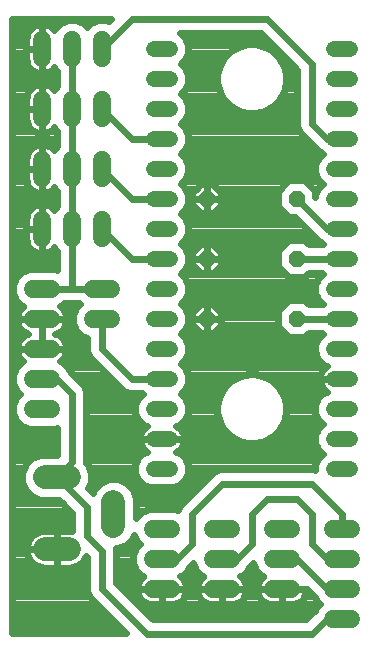
<source format=gbl>
G75*
%MOIN*%
%OFA0B0*%
%FSLAX24Y24*%
%IPPOS*%
%LPD*%
%AMOC8*
5,1,8,0,0,1.08239X$1,22.5*
%
%ADD10C,0.0600*%
%ADD11C,0.0787*%
%ADD12C,0.0520*%
%ADD13OC8,0.0520*%
%ADD14C,0.0240*%
D10*
X001420Y008220D02*
X002020Y008220D01*
X002020Y009220D02*
X001420Y009220D01*
X001420Y010220D02*
X002020Y010220D01*
X002020Y011220D02*
X001420Y011220D01*
X001420Y012220D02*
X002020Y012220D01*
X001720Y013920D02*
X001720Y014520D01*
X001720Y015920D02*
X001720Y016520D01*
X001720Y017920D02*
X001720Y018520D01*
X001720Y019920D02*
X001720Y020520D01*
X002720Y020520D02*
X002720Y019920D01*
X002720Y018520D02*
X002720Y017920D01*
X002720Y016520D02*
X002720Y015920D01*
X002720Y014520D02*
X002720Y013920D01*
X003720Y013920D02*
X003720Y014520D01*
X003720Y015920D02*
X003720Y016520D01*
X003720Y017920D02*
X003720Y018520D01*
X003720Y019920D02*
X003720Y020520D01*
X003420Y012220D02*
X004020Y012220D01*
X004020Y011220D02*
X003420Y011220D01*
X005420Y004220D02*
X006020Y004220D01*
X006020Y003220D02*
X005420Y003220D01*
X005420Y002220D02*
X006020Y002220D01*
X007420Y002220D02*
X008020Y002220D01*
X008020Y003220D02*
X007420Y003220D01*
X007420Y004220D02*
X008020Y004220D01*
X009420Y004220D02*
X010020Y004220D01*
X010020Y003220D02*
X009420Y003220D01*
X009420Y002220D02*
X010020Y002220D01*
X011420Y002220D02*
X012020Y002220D01*
X012020Y003220D02*
X011420Y003220D01*
X011420Y004220D02*
X012020Y004220D01*
X012020Y001220D02*
X011420Y001220D01*
D11*
X004110Y004326D02*
X004110Y005114D01*
X002614Y005940D02*
X001826Y005940D01*
X001826Y003539D02*
X002614Y003539D01*
D12*
X005460Y006220D02*
X005980Y006220D01*
X005980Y007220D02*
X005460Y007220D01*
X005460Y008220D02*
X005980Y008220D01*
X005980Y009220D02*
X005460Y009220D01*
X005460Y010220D02*
X005980Y010220D01*
X005980Y011220D02*
X005460Y011220D01*
X005460Y012220D02*
X005980Y012220D01*
X005980Y013220D02*
X005460Y013220D01*
X005460Y014220D02*
X005980Y014220D01*
X005980Y015220D02*
X005460Y015220D01*
X005460Y016220D02*
X005980Y016220D01*
X005980Y017220D02*
X005460Y017220D01*
X005460Y018220D02*
X005980Y018220D01*
X005980Y019220D02*
X005460Y019220D01*
X005460Y020220D02*
X005980Y020220D01*
X011460Y020220D02*
X011980Y020220D01*
X011980Y019220D02*
X011460Y019220D01*
X011460Y018220D02*
X011980Y018220D01*
X011980Y017220D02*
X011460Y017220D01*
X011460Y016220D02*
X011980Y016220D01*
X011980Y015220D02*
X011460Y015220D01*
X011460Y014220D02*
X011980Y014220D01*
X011980Y013220D02*
X011460Y013220D01*
X011460Y012220D02*
X011980Y012220D01*
X011980Y011220D02*
X011460Y011220D01*
X011460Y010220D02*
X011980Y010220D01*
X011980Y009220D02*
X011460Y009220D01*
X011460Y008220D02*
X011980Y008220D01*
X011980Y007220D02*
X011460Y007220D01*
X011460Y006220D02*
X011980Y006220D01*
D13*
X010220Y011220D03*
X010220Y013220D03*
X010220Y015220D03*
X007220Y015220D03*
X007220Y013220D03*
X007220Y011220D03*
D14*
X000740Y021200D02*
X000740Y000740D01*
X004521Y000740D01*
X003448Y001813D01*
X003313Y001948D01*
X003240Y002125D01*
X003240Y003271D01*
X003189Y003323D01*
X003182Y003303D01*
X003139Y003217D01*
X003082Y003139D01*
X003013Y003071D01*
X002935Y003014D01*
X002849Y002970D01*
X002757Y002940D01*
X002662Y002925D01*
X002220Y002925D01*
X002220Y003539D01*
X002220Y004153D01*
X001778Y004153D01*
X001683Y004137D01*
X001591Y004108D01*
X001505Y004064D01*
X001426Y004007D01*
X001358Y003939D01*
X001301Y003861D01*
X001258Y003774D01*
X001228Y003683D01*
X001213Y003587D01*
X001213Y003539D01*
X002220Y003539D01*
X002220Y003539D01*
X002220Y004153D01*
X002662Y004153D01*
X002740Y004140D01*
X002740Y004742D01*
X002295Y005187D01*
X001676Y005187D01*
X001399Y005302D01*
X001187Y005514D01*
X001073Y005791D01*
X001073Y006090D01*
X001187Y006367D01*
X001399Y006579D01*
X001676Y006694D01*
X002240Y006694D01*
X002240Y007597D01*
X002151Y007560D01*
X001289Y007560D01*
X001046Y007660D01*
X000860Y007846D01*
X000760Y008089D01*
X000760Y008351D01*
X000860Y008594D01*
X000987Y008720D01*
X000860Y008846D01*
X000760Y009089D01*
X000760Y009351D01*
X000860Y009594D01*
X001046Y009780D01*
X001107Y009805D01*
X001081Y009823D01*
X001023Y009881D01*
X000975Y009947D01*
X000938Y010020D01*
X000913Y010098D01*
X000900Y010179D01*
X000900Y010220D01*
X001720Y010220D01*
X002540Y010220D01*
X002540Y010261D01*
X002527Y010342D01*
X002502Y010420D01*
X002465Y010493D01*
X002417Y010559D01*
X002359Y010617D01*
X002293Y010665D01*
X002220Y010702D01*
X002164Y010720D01*
X002220Y010738D01*
X002293Y010775D01*
X002359Y010823D01*
X002417Y010881D01*
X002465Y010947D01*
X002502Y011020D01*
X002527Y011098D01*
X002540Y011179D01*
X002540Y011220D01*
X002540Y011261D01*
X002527Y011342D01*
X002502Y011420D01*
X002465Y011493D01*
X002417Y011559D01*
X002359Y011617D01*
X002333Y011635D01*
X002394Y011660D01*
X002473Y011740D01*
X002967Y011740D01*
X002987Y011720D01*
X002860Y011594D01*
X002760Y011351D01*
X002760Y011089D01*
X002860Y010846D01*
X003046Y010660D01*
X003240Y010580D01*
X003240Y010125D01*
X003313Y009948D01*
X004313Y008948D01*
X004448Y008813D01*
X004625Y008740D01*
X005063Y008740D01*
X005083Y008720D01*
X004934Y008571D01*
X004840Y008343D01*
X004840Y008097D01*
X004934Y007869D01*
X005109Y007694D01*
X005233Y007643D01*
X005208Y007631D01*
X005147Y007586D01*
X005094Y007533D01*
X005049Y007472D01*
X005015Y007404D01*
X004992Y007332D01*
X004980Y007258D01*
X004980Y007220D01*
X005720Y007220D01*
X006460Y007220D01*
X006460Y007258D01*
X006448Y007332D01*
X006425Y007404D01*
X006391Y007472D01*
X006346Y007533D01*
X006293Y007586D01*
X006232Y007631D01*
X006207Y007643D01*
X006331Y007694D01*
X006506Y007869D01*
X006600Y008097D01*
X006600Y008343D01*
X006506Y008571D01*
X006357Y008720D01*
X006506Y008869D01*
X006600Y009097D01*
X006600Y009343D01*
X006506Y009571D01*
X006357Y009720D01*
X006506Y009869D01*
X006600Y010097D01*
X006600Y010343D01*
X006506Y010571D01*
X006357Y010720D01*
X006506Y010869D01*
X006600Y011097D01*
X006600Y011343D01*
X006506Y011571D01*
X006357Y011720D01*
X006506Y011869D01*
X006600Y012097D01*
X006600Y012343D01*
X006506Y012571D01*
X006357Y012720D01*
X006506Y012869D01*
X006600Y013097D01*
X006600Y013343D01*
X006506Y013571D01*
X006357Y013720D01*
X006506Y013869D01*
X006600Y014097D01*
X006600Y014343D01*
X006506Y014571D01*
X006357Y014720D01*
X006506Y014869D01*
X006600Y015097D01*
X006600Y015343D01*
X006506Y015571D01*
X006357Y015720D01*
X006506Y015869D01*
X006600Y016097D01*
X006600Y016343D01*
X006506Y016571D01*
X006357Y016720D01*
X006506Y016869D01*
X006600Y017097D01*
X006600Y017343D01*
X006506Y017571D01*
X006357Y017720D01*
X006506Y017869D01*
X006600Y018097D01*
X006600Y018343D01*
X006506Y018571D01*
X006357Y018720D01*
X006506Y018869D01*
X006600Y019097D01*
X006600Y019343D01*
X006506Y019571D01*
X006357Y019720D01*
X006506Y019869D01*
X006600Y020097D01*
X006600Y020343D01*
X006506Y020571D01*
X006337Y020740D01*
X009021Y020740D01*
X010240Y019521D01*
X010240Y017625D01*
X010313Y017448D01*
X010948Y016813D01*
X011020Y016783D01*
X011083Y016720D01*
X010934Y016571D01*
X010840Y016343D01*
X010840Y016097D01*
X010934Y015869D01*
X011083Y015720D01*
X010934Y015571D01*
X010840Y015343D01*
X010840Y015279D01*
X010840Y015477D01*
X010477Y015840D01*
X009963Y015840D01*
X009600Y015477D01*
X009600Y014963D01*
X009963Y014600D01*
X010161Y014600D01*
X010948Y013813D01*
X011020Y013783D01*
X011083Y013720D01*
X011063Y013700D01*
X010617Y013700D01*
X010477Y013840D01*
X009963Y013840D01*
X009600Y013477D01*
X009600Y012963D01*
X009963Y012600D01*
X010477Y012600D01*
X010617Y012740D01*
X011063Y012740D01*
X011083Y012720D01*
X010934Y012571D01*
X010840Y012343D01*
X010840Y012097D01*
X010934Y011869D01*
X011083Y011720D01*
X011063Y011700D01*
X010617Y011700D01*
X010477Y011840D01*
X009963Y011840D01*
X009600Y011477D01*
X009600Y010963D01*
X009963Y010600D01*
X010477Y010600D01*
X010617Y010740D01*
X011063Y010740D01*
X011083Y010720D01*
X010934Y010571D01*
X010840Y010343D01*
X010840Y010097D01*
X010934Y009869D01*
X011109Y009694D01*
X011233Y009643D01*
X011208Y009631D01*
X011147Y009586D01*
X011094Y009533D01*
X011049Y009472D01*
X011015Y009404D01*
X010992Y009332D01*
X010980Y009258D01*
X010980Y009220D01*
X011720Y009220D01*
X011720Y009220D01*
X010980Y009220D01*
X010980Y009182D01*
X010992Y009108D01*
X011015Y009036D01*
X011049Y008968D01*
X011094Y008907D01*
X011147Y008854D01*
X011208Y008809D01*
X011233Y008797D01*
X011109Y008746D01*
X010934Y008571D01*
X010840Y008343D01*
X010840Y008097D01*
X010934Y007869D01*
X011083Y007720D01*
X010934Y007571D01*
X010840Y007343D01*
X010840Y007097D01*
X010934Y006869D01*
X011083Y006720D01*
X010934Y006571D01*
X010840Y006343D01*
X010840Y006190D01*
X010815Y006200D01*
X007625Y006200D01*
X007448Y006127D01*
X006448Y005127D01*
X006313Y004992D01*
X006250Y004839D01*
X006151Y004880D01*
X005289Y004880D01*
X005046Y004780D01*
X004863Y004597D01*
X004863Y005264D01*
X004749Y005541D01*
X004537Y005753D01*
X004260Y005867D01*
X003960Y005867D01*
X003683Y005753D01*
X003471Y005541D01*
X003420Y005419D01*
X003274Y005565D01*
X003367Y005791D01*
X003367Y006090D01*
X003253Y006367D01*
X003200Y006420D01*
X003200Y008815D01*
X003127Y008992D01*
X002618Y009501D01*
X002580Y009594D01*
X002394Y009780D01*
X002333Y009805D01*
X002359Y009823D01*
X002417Y009881D01*
X002465Y009947D01*
X002502Y010020D01*
X002527Y010098D01*
X002540Y010179D01*
X002540Y010220D01*
X001720Y010220D01*
X001720Y010220D01*
X001720Y010220D01*
X001720Y010700D01*
X001720Y011220D01*
X002540Y011220D01*
X001720Y011220D01*
X001720Y011220D01*
X001720Y011220D01*
X000900Y011220D01*
X000900Y011261D01*
X000913Y011342D01*
X000938Y011420D01*
X000975Y011493D01*
X001023Y011559D01*
X001081Y011617D01*
X001107Y011635D01*
X001046Y011660D01*
X000860Y011846D01*
X000760Y012089D01*
X000760Y012351D01*
X000860Y012594D01*
X001046Y012780D01*
X001289Y012880D01*
X002151Y012880D01*
X002240Y012843D01*
X002240Y013467D01*
X002160Y013546D01*
X002135Y013607D01*
X002117Y013581D01*
X002059Y013523D01*
X001993Y013475D01*
X001920Y013438D01*
X001842Y013413D01*
X001761Y013400D01*
X001720Y013400D01*
X001720Y014220D01*
X001720Y014220D01*
X001720Y015040D01*
X001761Y015040D01*
X001842Y015027D01*
X001920Y015002D01*
X001993Y014965D01*
X002059Y014917D01*
X002117Y014859D01*
X002135Y014833D01*
X002160Y014894D01*
X002240Y014973D01*
X002240Y015467D01*
X002160Y015546D01*
X002135Y015607D01*
X002117Y015581D01*
X002059Y015523D01*
X001993Y015475D01*
X001920Y015438D01*
X001842Y015413D01*
X001761Y015400D01*
X001720Y015400D01*
X001720Y016220D01*
X001720Y016220D01*
X001720Y017040D01*
X001761Y017040D01*
X001842Y017027D01*
X001920Y017002D01*
X001993Y016965D01*
X002059Y016917D01*
X002117Y016859D01*
X002135Y016833D01*
X002160Y016894D01*
X002240Y016973D01*
X002240Y017467D01*
X002160Y017546D01*
X002135Y017607D01*
X002117Y017581D01*
X002059Y017523D01*
X001993Y017475D01*
X001920Y017438D01*
X001842Y017413D01*
X001761Y017400D01*
X001720Y017400D01*
X001720Y018220D01*
X001720Y018220D01*
X001720Y019040D01*
X001761Y019040D01*
X001842Y019027D01*
X001920Y019002D01*
X001993Y018965D01*
X002059Y018917D01*
X002117Y018859D01*
X002135Y018833D01*
X002160Y018894D01*
X002240Y018973D01*
X002240Y019467D01*
X002160Y019546D01*
X002135Y019607D01*
X002117Y019581D01*
X002059Y019523D01*
X001993Y019475D01*
X001920Y019438D01*
X001842Y019413D01*
X001761Y019400D01*
X001720Y019400D01*
X001720Y020220D01*
X001720Y020220D01*
X001720Y021040D01*
X001761Y021040D01*
X001842Y021027D01*
X001920Y021002D01*
X001993Y020965D01*
X002059Y020917D01*
X002117Y020859D01*
X002135Y020833D01*
X002160Y020894D01*
X002346Y021080D01*
X002589Y021180D01*
X002851Y021180D01*
X003094Y021080D01*
X003220Y020953D01*
X003346Y021080D01*
X003589Y021180D01*
X003851Y021180D01*
X003957Y021136D01*
X004021Y021200D01*
X000740Y021200D01*
X000740Y021047D02*
X002314Y021047D01*
X002720Y020220D02*
X002720Y018220D01*
X002720Y016220D01*
X002720Y014220D01*
X002720Y012220D01*
X003720Y012220D01*
X003720Y011220D02*
X003720Y010220D01*
X004720Y009220D01*
X005720Y009220D01*
X006432Y008645D02*
X007648Y008645D01*
X007653Y008662D02*
X007575Y008371D01*
X007575Y008069D01*
X007653Y007778D01*
X007804Y007517D01*
X008017Y007304D01*
X008278Y007153D01*
X008569Y007075D01*
X008871Y007075D01*
X009162Y007153D01*
X009423Y007304D01*
X009636Y007517D01*
X009787Y007778D01*
X009865Y008069D01*
X009865Y008371D01*
X009787Y008662D01*
X009636Y008923D01*
X009423Y009136D01*
X009162Y009287D01*
X008871Y009365D01*
X008569Y009365D01*
X008278Y009287D01*
X008017Y009136D01*
X007804Y008923D01*
X007653Y008662D01*
X007781Y008884D02*
X006512Y008884D01*
X006600Y009122D02*
X008003Y009122D01*
X007585Y008407D02*
X006574Y008407D01*
X006600Y008168D02*
X007575Y008168D01*
X007612Y007930D02*
X006531Y007930D01*
X006323Y007691D02*
X007703Y007691D01*
X007868Y007453D02*
X006400Y007453D01*
X006460Y007220D02*
X005720Y007220D01*
X005720Y007220D01*
X005720Y007220D01*
X004980Y007220D01*
X004980Y007182D01*
X004992Y007108D01*
X005015Y007036D01*
X005049Y006968D01*
X005094Y006907D01*
X005147Y006854D01*
X005208Y006809D01*
X005233Y006797D01*
X005109Y006746D01*
X004934Y006571D01*
X004840Y006343D01*
X004840Y006097D01*
X004934Y005869D01*
X005109Y005694D01*
X005337Y005600D01*
X006103Y005600D01*
X006331Y005694D01*
X006506Y005869D01*
X006600Y006097D01*
X006600Y006343D01*
X006506Y006571D01*
X006331Y006746D01*
X006207Y006797D01*
X006232Y006809D01*
X006293Y006854D01*
X006346Y006907D01*
X006391Y006968D01*
X006425Y007036D01*
X006448Y007108D01*
X006460Y007182D01*
X006460Y007220D01*
X006460Y007214D02*
X008172Y007214D01*
X007343Y006022D02*
X006569Y006022D01*
X006600Y006260D02*
X010840Y006260D01*
X010904Y006499D02*
X006536Y006499D01*
X006340Y006737D02*
X011066Y006737D01*
X010890Y006976D02*
X006394Y006976D01*
X006420Y005783D02*
X007104Y005783D01*
X006866Y005545D02*
X004745Y005545D01*
X004846Y005306D02*
X006627Y005306D01*
X006389Y005068D02*
X004863Y005068D01*
X004863Y004829D02*
X005166Y004829D01*
X004794Y004008D02*
X004860Y003846D01*
X004987Y003720D01*
X004860Y003594D01*
X004760Y003351D01*
X004760Y003089D01*
X004860Y002846D01*
X005046Y002660D01*
X005107Y002635D01*
X005081Y002617D01*
X005023Y002559D01*
X004975Y002493D01*
X004938Y002420D01*
X004913Y002342D01*
X004900Y002261D01*
X004900Y002220D01*
X005720Y002220D01*
X006540Y002220D01*
X006540Y002261D01*
X006527Y002342D01*
X006502Y002420D01*
X006465Y002493D01*
X006417Y002559D01*
X006359Y002617D01*
X006333Y002635D01*
X006394Y002660D01*
X006580Y002846D01*
X006618Y002939D01*
X006627Y002948D01*
X006762Y003083D01*
X006860Y002846D01*
X007046Y002660D01*
X007107Y002635D01*
X007081Y002617D01*
X007023Y002559D01*
X006975Y002493D01*
X006938Y002420D01*
X006913Y002342D01*
X006900Y002261D01*
X006900Y002220D01*
X007720Y002220D01*
X008540Y002220D01*
X008540Y002261D01*
X008527Y002342D01*
X008502Y002420D01*
X008465Y002493D01*
X008417Y002559D01*
X008359Y002617D01*
X008333Y002635D01*
X008394Y002660D01*
X008580Y002846D01*
X008618Y002939D01*
X008627Y002948D01*
X008762Y003083D01*
X008860Y002846D01*
X009046Y002660D01*
X009107Y002635D01*
X009081Y002617D01*
X009023Y002559D01*
X008975Y002493D01*
X008938Y002420D01*
X008913Y002342D01*
X008900Y002261D01*
X008900Y002220D01*
X009720Y002220D01*
X010540Y002220D01*
X010540Y002221D01*
X010822Y001939D01*
X010860Y001846D01*
X010987Y001720D01*
X010860Y001594D01*
X010822Y001501D01*
X010521Y001200D01*
X005419Y001200D01*
X004200Y002419D01*
X004200Y003565D01*
X004197Y003573D01*
X004260Y003573D01*
X004537Y003687D01*
X004749Y003899D01*
X004794Y004008D01*
X004849Y003875D02*
X004724Y003875D01*
X004903Y003637D02*
X004414Y003637D01*
X004200Y003398D02*
X004779Y003398D01*
X004760Y003160D02*
X004200Y003160D01*
X004200Y002921D02*
X004829Y002921D01*
X005024Y002683D02*
X004200Y002683D01*
X004200Y002444D02*
X004951Y002444D01*
X004900Y002220D02*
X004900Y002179D01*
X004913Y002098D01*
X004938Y002020D01*
X004975Y001947D01*
X005023Y001881D01*
X005081Y001823D01*
X005147Y001775D01*
X005220Y001738D01*
X005298Y001713D01*
X005379Y001700D01*
X005720Y001700D01*
X006061Y001700D01*
X006142Y001713D01*
X006220Y001738D01*
X006293Y001775D01*
X006359Y001823D01*
X006417Y001881D01*
X006465Y001947D01*
X006502Y002020D01*
X006527Y002098D01*
X006540Y002179D01*
X006540Y002220D01*
X005720Y002220D01*
X005720Y002220D01*
X005720Y001700D01*
X005720Y002220D01*
X005720Y002220D01*
X005720Y002220D01*
X004900Y002220D01*
X004900Y002206D02*
X004413Y002206D01*
X004652Y001967D02*
X004965Y001967D01*
X004890Y001729D02*
X005250Y001729D01*
X005129Y001490D02*
X010811Y001490D01*
X010573Y001252D02*
X005367Y001252D01*
X005220Y000720D02*
X003720Y002220D01*
X003720Y003470D01*
X003220Y003970D01*
X003220Y004940D01*
X002220Y005940D01*
X002720Y006440D01*
X002720Y008720D01*
X002220Y009220D01*
X001720Y009220D01*
X002373Y009838D02*
X003424Y009838D01*
X003260Y010076D02*
X002520Y010076D01*
X002532Y010315D02*
X003240Y010315D01*
X003240Y010553D02*
X002421Y010553D01*
X002315Y010792D02*
X002915Y010792D01*
X002784Y011030D02*
X002505Y011030D01*
X002539Y011269D02*
X002760Y011269D01*
X002825Y011507D02*
X002454Y011507D01*
X002720Y012220D02*
X001720Y012220D01*
X002240Y012938D02*
X000740Y012938D01*
X000740Y012700D02*
X000966Y012700D01*
X000805Y012461D02*
X000740Y012461D01*
X000740Y012223D02*
X000760Y012223D01*
X000740Y011984D02*
X000803Y011984D01*
X000740Y011746D02*
X000961Y011746D01*
X000986Y011507D02*
X000740Y011507D01*
X000740Y011269D02*
X000901Y011269D01*
X000900Y011220D02*
X000900Y011179D01*
X000913Y011098D01*
X000938Y011020D01*
X000975Y010947D01*
X001023Y010881D01*
X001081Y010823D01*
X001147Y010775D01*
X001220Y010738D01*
X001276Y010720D01*
X001220Y010702D01*
X001147Y010665D01*
X001081Y010617D01*
X001023Y010559D01*
X000975Y010493D01*
X000938Y010420D01*
X000913Y010342D01*
X000900Y010261D01*
X000900Y010220D01*
X001720Y010220D01*
X001720Y010220D01*
X001720Y011220D01*
X001720Y011220D01*
X000900Y011220D01*
X000935Y011030D02*
X000740Y011030D01*
X000740Y010792D02*
X001125Y010792D01*
X001019Y010553D02*
X000740Y010553D01*
X000740Y010315D02*
X000908Y010315D01*
X000920Y010076D02*
X000740Y010076D01*
X000740Y009838D02*
X001067Y009838D01*
X000866Y009599D02*
X000740Y009599D01*
X000740Y009361D02*
X000764Y009361D01*
X000760Y009122D02*
X000740Y009122D01*
X000740Y008884D02*
X000845Y008884D01*
X000912Y008645D02*
X000740Y008645D01*
X000740Y008407D02*
X000783Y008407D01*
X000760Y008168D02*
X000740Y008168D01*
X000740Y007930D02*
X000826Y007930D01*
X000740Y007691D02*
X001016Y007691D01*
X000740Y007453D02*
X002240Y007453D01*
X002240Y007214D02*
X000740Y007214D01*
X000740Y006976D02*
X002240Y006976D01*
X002240Y006737D02*
X000740Y006737D01*
X000740Y006499D02*
X001318Y006499D01*
X001143Y006260D02*
X000740Y006260D01*
X000740Y006022D02*
X001073Y006022D01*
X001076Y005783D02*
X000740Y005783D01*
X000740Y005545D02*
X001175Y005545D01*
X001395Y005306D02*
X000740Y005306D01*
X000740Y005068D02*
X002414Y005068D01*
X002653Y004829D02*
X000740Y004829D01*
X000740Y004591D02*
X002740Y004591D01*
X002740Y004352D02*
X000740Y004352D01*
X000740Y004114D02*
X001609Y004114D01*
X001312Y003875D02*
X000740Y003875D01*
X000740Y003637D02*
X001220Y003637D01*
X001213Y003539D02*
X001213Y003491D01*
X001228Y003395D01*
X001258Y003303D01*
X001301Y003217D01*
X001358Y003139D01*
X001426Y003071D01*
X001505Y003014D01*
X001591Y002970D01*
X001683Y002940D01*
X001778Y002925D01*
X002220Y002925D01*
X002220Y003539D01*
X002220Y003539D01*
X001213Y003539D01*
X001227Y003398D02*
X000740Y003398D01*
X000740Y003160D02*
X001343Y003160D01*
X000740Y002921D02*
X003240Y002921D01*
X003240Y002683D02*
X000740Y002683D01*
X000740Y002444D02*
X003240Y002444D01*
X003240Y002206D02*
X000740Y002206D01*
X000740Y001967D02*
X003305Y001967D01*
X003533Y001729D02*
X000740Y001729D01*
X000740Y001490D02*
X003771Y001490D01*
X004010Y001252D02*
X000740Y001252D01*
X000740Y001013D02*
X004248Y001013D01*
X004487Y000775D02*
X000740Y000775D01*
X002220Y003160D02*
X002220Y003160D01*
X002220Y003398D02*
X002220Y003398D01*
X002220Y003539D02*
X002220Y003539D01*
X002220Y003637D02*
X002220Y003637D01*
X002220Y003875D02*
X002220Y003875D01*
X002220Y004114D02*
X002220Y004114D01*
X003097Y003160D02*
X003240Y003160D01*
X003295Y005545D02*
X003475Y005545D01*
X003364Y005783D02*
X003756Y005783D01*
X003367Y006022D02*
X004871Y006022D01*
X004840Y006260D02*
X003297Y006260D01*
X003200Y006499D02*
X004904Y006499D01*
X005100Y006737D02*
X003200Y006737D01*
X003200Y006976D02*
X005046Y006976D01*
X004980Y007214D02*
X003200Y007214D01*
X003200Y007453D02*
X005040Y007453D01*
X005117Y007691D02*
X003200Y007691D01*
X003200Y007930D02*
X004909Y007930D01*
X004840Y008168D02*
X003200Y008168D01*
X003200Y008407D02*
X004866Y008407D01*
X005008Y008645D02*
X003200Y008645D01*
X003172Y008884D02*
X004378Y008884D01*
X004139Y009122D02*
X002997Y009122D01*
X002758Y009361D02*
X003901Y009361D01*
X003662Y009599D02*
X002574Y009599D01*
X001720Y010315D02*
X001720Y010315D01*
X001720Y010553D02*
X001720Y010553D01*
X001720Y010792D02*
X001720Y010792D01*
X001720Y011030D02*
X001720Y011030D01*
X002240Y013177D02*
X000740Y013177D01*
X000740Y013415D02*
X001591Y013415D01*
X001598Y013413D02*
X001679Y013400D01*
X001720Y013400D01*
X001720Y014220D01*
X001720Y014220D01*
X001720Y014220D01*
X001200Y014220D01*
X001200Y014561D01*
X001213Y014642D01*
X001238Y014720D01*
X001275Y014793D01*
X001323Y014859D01*
X001381Y014917D01*
X001447Y014965D01*
X001520Y015002D01*
X001598Y015027D01*
X001679Y015040D01*
X001720Y015040D01*
X001720Y014220D01*
X001200Y014220D01*
X001200Y013879D01*
X001213Y013798D01*
X001238Y013720D01*
X001275Y013647D01*
X001323Y013581D01*
X001381Y013523D01*
X001447Y013475D01*
X001520Y013438D01*
X001598Y013413D01*
X001720Y013415D02*
X001720Y013415D01*
X001849Y013415D02*
X002240Y013415D01*
X001720Y013654D02*
X001720Y013654D01*
X001720Y013892D02*
X001720Y013892D01*
X001720Y014131D02*
X001720Y014131D01*
X001720Y014369D02*
X001720Y014369D01*
X001720Y014608D02*
X001720Y014608D01*
X001720Y014846D02*
X001720Y014846D01*
X002126Y014846D02*
X002141Y014846D01*
X002240Y015085D02*
X000740Y015085D01*
X000740Y015323D02*
X002240Y015323D01*
X002154Y015562D02*
X002097Y015562D01*
X001720Y015562D02*
X001720Y015562D01*
X001720Y015400D02*
X001720Y016220D01*
X001720Y016220D01*
X001720Y016220D01*
X001200Y016220D01*
X001200Y016561D01*
X001213Y016642D01*
X001238Y016720D01*
X001275Y016793D01*
X001323Y016859D01*
X001381Y016917D01*
X001447Y016965D01*
X001520Y017002D01*
X001598Y017027D01*
X001679Y017040D01*
X001720Y017040D01*
X001720Y016220D01*
X001200Y016220D01*
X001200Y015879D01*
X001213Y015798D01*
X001238Y015720D01*
X001275Y015647D01*
X001323Y015581D01*
X001381Y015523D01*
X001447Y015475D01*
X001520Y015438D01*
X001598Y015413D01*
X001679Y015400D01*
X001720Y015400D01*
X001720Y015800D02*
X001720Y015800D01*
X001720Y016039D02*
X001720Y016039D01*
X001720Y016277D02*
X001720Y016277D01*
X001720Y016516D02*
X001720Y016516D01*
X001720Y016754D02*
X001720Y016754D01*
X001720Y016993D02*
X001720Y016993D01*
X001938Y016993D02*
X002240Y016993D01*
X002240Y017231D02*
X000740Y017231D01*
X000740Y016993D02*
X001502Y016993D01*
X001256Y016754D02*
X000740Y016754D01*
X000740Y016516D02*
X001200Y016516D01*
X001200Y016277D02*
X000740Y016277D01*
X000740Y016039D02*
X001200Y016039D01*
X001213Y015800D02*
X000740Y015800D01*
X000740Y015562D02*
X001343Y015562D01*
X001314Y014846D02*
X000740Y014846D01*
X000740Y014608D02*
X001207Y014608D01*
X001200Y014369D02*
X000740Y014369D01*
X000740Y014131D02*
X001200Y014131D01*
X001200Y013892D02*
X000740Y013892D01*
X000740Y013654D02*
X001272Y013654D01*
X001679Y017400D02*
X001720Y017400D01*
X001720Y018220D01*
X001720Y018220D01*
X001720Y018220D01*
X001200Y018220D01*
X001200Y018561D01*
X001213Y018642D01*
X001238Y018720D01*
X001275Y018793D01*
X001323Y018859D01*
X001381Y018917D01*
X001447Y018965D01*
X001520Y019002D01*
X001598Y019027D01*
X001679Y019040D01*
X001720Y019040D01*
X001720Y018220D01*
X001200Y018220D01*
X001200Y017879D01*
X001213Y017798D01*
X001238Y017720D01*
X001275Y017647D01*
X001323Y017581D01*
X001381Y017523D01*
X001447Y017475D01*
X001520Y017438D01*
X001598Y017413D01*
X001679Y017400D01*
X001720Y017470D02*
X001720Y017470D01*
X001720Y017708D02*
X001720Y017708D01*
X001720Y017947D02*
X001720Y017947D01*
X001720Y018185D02*
X001720Y018185D01*
X001720Y018424D02*
X001720Y018424D01*
X001720Y018662D02*
X001720Y018662D01*
X001720Y018901D02*
X001720Y018901D01*
X002075Y018901D02*
X002167Y018901D01*
X002240Y019139D02*
X000740Y019139D01*
X000740Y018901D02*
X001365Y018901D01*
X001219Y018662D02*
X000740Y018662D01*
X000740Y018424D02*
X001200Y018424D01*
X001200Y018185D02*
X000740Y018185D01*
X000740Y017947D02*
X001200Y017947D01*
X001244Y017708D02*
X000740Y017708D01*
X000740Y017470D02*
X001459Y017470D01*
X001981Y017470D02*
X002237Y017470D01*
X002240Y019378D02*
X000740Y019378D01*
X000740Y019616D02*
X001298Y019616D01*
X001275Y019647D02*
X001323Y019581D01*
X001381Y019523D01*
X001447Y019475D01*
X001520Y019438D01*
X001598Y019413D01*
X001679Y019400D01*
X001720Y019400D01*
X001720Y020220D01*
X001720Y020220D01*
X001720Y020220D01*
X001200Y020220D01*
X001200Y020561D01*
X001213Y020642D01*
X001238Y020720D01*
X001275Y020793D01*
X001323Y020859D01*
X001381Y020917D01*
X001447Y020965D01*
X001520Y021002D01*
X001598Y021027D01*
X001679Y021040D01*
X001720Y021040D01*
X001720Y020220D01*
X001200Y020220D01*
X001200Y019879D01*
X001213Y019798D01*
X001238Y019720D01*
X001275Y019647D01*
X001204Y019855D02*
X000740Y019855D01*
X000740Y020093D02*
X001200Y020093D01*
X001200Y020332D02*
X000740Y020332D01*
X000740Y020570D02*
X001201Y020570D01*
X001287Y020809D02*
X000740Y020809D01*
X001720Y020809D02*
X001720Y020809D01*
X001720Y020570D02*
X001720Y020570D01*
X001720Y020332D02*
X001720Y020332D01*
X001720Y020093D02*
X001720Y020093D01*
X001720Y019855D02*
X001720Y019855D01*
X001720Y019616D02*
X001720Y019616D01*
X003126Y021047D02*
X003314Y021047D01*
X003720Y020220D02*
X004720Y021220D01*
X009220Y021220D01*
X010720Y019720D01*
X010720Y017720D01*
X011220Y017220D01*
X011720Y017220D01*
X011049Y016754D02*
X006391Y016754D01*
X006529Y016516D02*
X010911Y016516D01*
X010840Y016277D02*
X006600Y016277D01*
X006576Y016039D02*
X010864Y016039D01*
X011003Y015800D02*
X010517Y015800D01*
X010755Y015562D02*
X010930Y015562D01*
X010840Y015323D02*
X010840Y015323D01*
X010840Y015279D02*
X010840Y015279D01*
X010392Y014369D02*
X006589Y014369D01*
X006600Y014131D02*
X010631Y014131D01*
X010869Y013892D02*
X006515Y013892D01*
X006423Y013654D02*
X006975Y013654D01*
X007021Y013700D02*
X006740Y013419D01*
X006740Y013220D01*
X007220Y013220D01*
X007700Y013220D01*
X007700Y013419D01*
X007419Y013700D01*
X007220Y013700D01*
X007220Y013220D01*
X007220Y013220D01*
X007220Y013220D01*
X007700Y013220D01*
X007700Y013021D01*
X007419Y012740D01*
X007220Y012740D01*
X007220Y013220D01*
X007220Y013220D01*
X007220Y013220D01*
X007220Y013700D01*
X007021Y013700D01*
X007220Y013654D02*
X007220Y013654D01*
X007220Y013415D02*
X007220Y013415D01*
X007220Y013220D02*
X006740Y013220D01*
X006740Y013021D01*
X007021Y012740D01*
X007220Y012740D01*
X007220Y013220D01*
X007220Y013177D02*
X007220Y013177D01*
X007220Y012938D02*
X007220Y012938D01*
X007617Y012938D02*
X009625Y012938D01*
X009600Y013177D02*
X007700Y013177D01*
X007700Y013415D02*
X009600Y013415D01*
X009777Y013654D02*
X007465Y013654D01*
X006740Y013415D02*
X006570Y013415D01*
X006600Y013177D02*
X006740Y013177D01*
X006823Y012938D02*
X006534Y012938D01*
X006377Y012700D02*
X009864Y012700D01*
X010220Y013220D02*
X011720Y013220D01*
X011720Y014220D02*
X011220Y014220D01*
X010220Y015220D01*
X009923Y015800D02*
X006437Y015800D01*
X006510Y015562D02*
X006883Y015562D01*
X007021Y015700D02*
X006740Y015419D01*
X006740Y015220D01*
X007220Y015220D01*
X007700Y015220D01*
X007700Y015419D01*
X007419Y015700D01*
X007220Y015700D01*
X007220Y015220D01*
X007220Y015220D01*
X007220Y015220D01*
X007700Y015220D01*
X007700Y015021D01*
X007419Y014740D01*
X007220Y014740D01*
X007220Y015220D01*
X007220Y015220D01*
X007220Y015220D01*
X007220Y015700D01*
X007021Y015700D01*
X007220Y015562D02*
X007220Y015562D01*
X007220Y015323D02*
X007220Y015323D01*
X007220Y015220D02*
X006740Y015220D01*
X006740Y015021D01*
X007021Y014740D01*
X007220Y014740D01*
X007220Y015220D01*
X007220Y015085D02*
X007220Y015085D01*
X007220Y014846D02*
X007220Y014846D01*
X006915Y014846D02*
X006483Y014846D01*
X006469Y014608D02*
X009956Y014608D01*
X009717Y014846D02*
X007525Y014846D01*
X007700Y015085D02*
X009600Y015085D01*
X009600Y015323D02*
X007700Y015323D01*
X007557Y015562D02*
X009685Y015562D01*
X010769Y016993D02*
X006557Y016993D01*
X006600Y017231D02*
X010530Y017231D01*
X010304Y017470D02*
X006548Y017470D01*
X006369Y017708D02*
X010240Y017708D01*
X010240Y017947D02*
X006538Y017947D01*
X006600Y018185D02*
X008223Y018185D01*
X008278Y018153D02*
X008569Y018075D01*
X008871Y018075D01*
X009162Y018153D01*
X009423Y018304D01*
X009636Y018517D01*
X009787Y018778D01*
X009865Y019069D01*
X009865Y019371D01*
X009787Y019662D01*
X009636Y019923D01*
X009423Y020136D01*
X009162Y020287D01*
X008871Y020365D01*
X008569Y020365D01*
X008278Y020287D01*
X008017Y020136D01*
X007804Y019923D01*
X007653Y019662D01*
X007575Y019371D01*
X007575Y019069D01*
X007653Y018778D01*
X007804Y018517D01*
X008017Y018304D01*
X008278Y018153D01*
X007897Y018424D02*
X006567Y018424D01*
X006415Y018662D02*
X007720Y018662D01*
X007620Y018901D02*
X006519Y018901D01*
X006600Y019139D02*
X007575Y019139D01*
X007577Y019378D02*
X006586Y019378D01*
X006461Y019616D02*
X007641Y019616D01*
X007764Y019855D02*
X006491Y019855D01*
X006598Y020093D02*
X007974Y020093D01*
X008444Y020332D02*
X006600Y020332D01*
X006506Y020570D02*
X009191Y020570D01*
X008996Y020332D02*
X009430Y020332D01*
X009466Y020093D02*
X009668Y020093D01*
X009676Y019855D02*
X009907Y019855D01*
X009799Y019616D02*
X010145Y019616D01*
X010240Y019378D02*
X009863Y019378D01*
X009865Y019139D02*
X010240Y019139D01*
X010240Y018901D02*
X009820Y018901D01*
X009720Y018662D02*
X010240Y018662D01*
X010240Y018424D02*
X009543Y018424D01*
X009217Y018185D02*
X010240Y018185D01*
X010576Y012700D02*
X011063Y012700D01*
X010889Y012461D02*
X006551Y012461D01*
X006600Y012223D02*
X010840Y012223D01*
X010887Y011984D02*
X006553Y011984D01*
X006382Y011746D02*
X009869Y011746D01*
X009630Y011507D02*
X007612Y011507D01*
X007700Y011419D02*
X007419Y011700D01*
X007220Y011700D01*
X007220Y011220D01*
X007700Y011220D01*
X007700Y011419D01*
X007700Y011269D02*
X009600Y011269D01*
X009600Y011030D02*
X007700Y011030D01*
X007700Y011021D02*
X007700Y011220D01*
X007220Y011220D01*
X007220Y011220D01*
X007220Y011220D01*
X007220Y010740D01*
X007419Y010740D01*
X007700Y011021D01*
X007470Y010792D02*
X009772Y010792D01*
X010220Y011220D02*
X011720Y011220D01*
X011058Y011746D02*
X010571Y011746D01*
X010927Y010553D02*
X006513Y010553D01*
X006428Y010792D02*
X006970Y010792D01*
X007021Y010740D02*
X006740Y011021D01*
X006740Y011220D01*
X007220Y011220D01*
X007220Y011220D01*
X007220Y011220D01*
X007220Y011700D01*
X007021Y011700D01*
X006740Y011419D01*
X006740Y011220D01*
X007220Y011220D01*
X007220Y010740D01*
X007021Y010740D01*
X007220Y010792D02*
X007220Y010792D01*
X007220Y011030D02*
X007220Y011030D01*
X007220Y011269D02*
X007220Y011269D01*
X007220Y011507D02*
X007220Y011507D01*
X006828Y011507D02*
X006532Y011507D01*
X006600Y011269D02*
X006740Y011269D01*
X006740Y011030D02*
X006572Y011030D01*
X006600Y010315D02*
X010840Y010315D01*
X010849Y010076D02*
X006591Y010076D01*
X006474Y009838D02*
X010966Y009838D01*
X011165Y009599D02*
X006478Y009599D01*
X006593Y009361D02*
X008553Y009361D01*
X008887Y009361D02*
X011001Y009361D01*
X010990Y009122D02*
X009437Y009122D01*
X009659Y008884D02*
X011118Y008884D01*
X011008Y008645D02*
X009792Y008645D01*
X009855Y008407D02*
X010866Y008407D01*
X010840Y008168D02*
X009865Y008168D01*
X009828Y007930D02*
X010909Y007930D01*
X011054Y007691D02*
X009737Y007691D01*
X009572Y007453D02*
X010885Y007453D01*
X010840Y007214D02*
X009268Y007214D01*
X009220Y005220D02*
X008720Y004720D01*
X008720Y003720D01*
X008220Y003220D01*
X007720Y003220D01*
X007720Y002220D02*
X007720Y002220D01*
X008540Y002220D01*
X008540Y002179D01*
X008527Y002098D01*
X008502Y002020D01*
X008465Y001947D01*
X008417Y001881D01*
X008359Y001823D01*
X008293Y001775D01*
X008220Y001738D01*
X008142Y001713D01*
X008061Y001700D01*
X007720Y001700D01*
X007720Y002220D01*
X007720Y002220D01*
X007720Y002220D01*
X007720Y001700D01*
X007379Y001700D01*
X007298Y001713D01*
X007220Y001738D01*
X007147Y001775D01*
X007081Y001823D01*
X007023Y001881D01*
X006975Y001947D01*
X006938Y002020D01*
X006913Y002098D01*
X006900Y002179D01*
X006900Y002220D01*
X007720Y002220D01*
X007720Y002206D02*
X007720Y002206D01*
X007720Y001967D02*
X007720Y001967D01*
X007720Y001729D02*
X007720Y001729D01*
X008190Y001729D02*
X009250Y001729D01*
X009220Y001738D02*
X009298Y001713D01*
X009379Y001700D01*
X009720Y001700D01*
X010061Y001700D01*
X010142Y001713D01*
X010220Y001738D01*
X010293Y001775D01*
X010359Y001823D01*
X010417Y001881D01*
X010465Y001947D01*
X010502Y002020D01*
X010527Y002098D01*
X010540Y002179D01*
X010540Y002220D01*
X009720Y002220D01*
X009720Y002220D01*
X009720Y001700D01*
X009720Y002220D01*
X009720Y002220D01*
X009720Y002220D01*
X008900Y002220D01*
X008900Y002179D01*
X008913Y002098D01*
X008938Y002020D01*
X008975Y001947D01*
X009023Y001881D01*
X009081Y001823D01*
X009147Y001775D01*
X009220Y001738D01*
X008965Y001967D02*
X008475Y001967D01*
X008540Y002206D02*
X008900Y002206D01*
X008951Y002444D02*
X008489Y002444D01*
X008416Y002683D02*
X009024Y002683D01*
X008829Y002921D02*
X008611Y002921D01*
X009720Y003220D02*
X010220Y003220D01*
X011220Y002220D01*
X011720Y002220D01*
X011720Y003220D02*
X011220Y003220D01*
X010720Y003720D01*
X010720Y004720D01*
X010220Y005220D01*
X009220Y005220D01*
X007720Y005720D02*
X006720Y004720D01*
X006720Y003720D01*
X006220Y003220D01*
X005720Y003220D01*
X005720Y002206D02*
X005720Y002206D01*
X005720Y001967D02*
X005720Y001967D01*
X005720Y001729D02*
X005720Y001729D01*
X006190Y001729D02*
X007250Y001729D01*
X006965Y001967D02*
X006475Y001967D01*
X006540Y002206D02*
X006900Y002206D01*
X006951Y002444D02*
X006489Y002444D01*
X006416Y002683D02*
X007024Y002683D01*
X006829Y002921D02*
X006611Y002921D01*
X005220Y000720D02*
X010720Y000720D01*
X011220Y001220D01*
X011720Y001220D01*
X010978Y001729D02*
X010190Y001729D01*
X010475Y001967D02*
X010794Y001967D01*
X010556Y002206D02*
X010540Y002206D01*
X009720Y002206D02*
X009720Y002206D01*
X009720Y001967D02*
X009720Y001967D01*
X009720Y001729D02*
X009720Y001729D01*
X011720Y004220D02*
X011720Y004720D01*
X010720Y005720D01*
X007720Y005720D01*
X005020Y005783D02*
X004463Y005783D01*
X004720Y013220D02*
X005720Y013220D01*
X004720Y013220D02*
X003720Y014220D01*
X004720Y015220D02*
X005720Y015220D01*
X006595Y015085D02*
X006740Y015085D01*
X006740Y015323D02*
X006600Y015323D01*
X005720Y017220D02*
X004720Y017220D01*
X003720Y018220D01*
X003720Y016220D02*
X004720Y015220D01*
M02*

</source>
